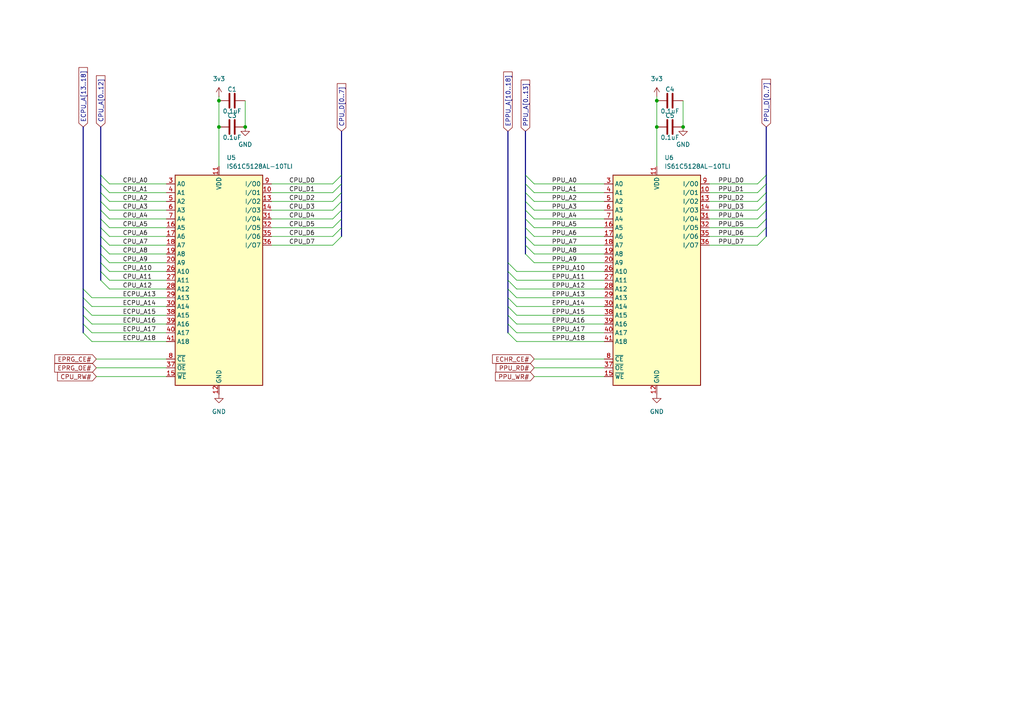
<source format=kicad_sch>
(kicad_sch (version 20231120) (generator "eeschema") (generator_version "8.0")
  (paper "A4")
  (lib_symbols
    (symbol "Device:C" (pin_numbers hide) (pin_names (offset 0.254))
      (property "Reference" "C" (at 0.635 2.54 0))
      (property "Value" "C" (at 0.635 -2.54 0))
      (symbol "C_0_1"
        (polyline (pts (xy -2.032 -0.762) (xy 2.032 -0.762)) (stroke (width 0.508)))
        (polyline (pts (xy -2.032 0.762) (xy 2.032 0.762)) (stroke (width 0.508)))
      )
      (symbol "C_1_1"
        (pin passive line (at 0 3.81 270) (length 2.794) (name "~") (number "1"))
        (pin passive line (at 0 -3.81 90) (length 2.794) (name "~") (number "2"))
      )
    )
    (symbol "Memory_RAM:IS61C5128AL-10TLI"
      (property "Reference" "U" (at -10.16 31.75 0))
      (property "Value" "IS61C5128AL-10TLI" (at 12.7 31.75 0))
      (symbol "IS61C5128AL-10TLI_0_1"
        (rectangle (start -12.7 30.48) (end 12.7 -30.48) (stroke (width 0.254)) (fill (type background)))
      )
      (symbol "IS61C5128AL-10TLI_1_1"
        (pin no_connect line (at 12.7 -27.94 180) (length 2.54) hide (name "NC") (number "1"))
        (pin bidirectional line (at 15.24 25.4 180) (length 2.54) (name "I/O1") (number "10"))
        (pin power_in line (at 0 33.02 270) (length 2.54) (name "VDD") (number "11"))
        (pin power_in line (at 0 -33.02 90) (length 2.54) (name "GND") (number "12"))
        (pin bidirectional line (at 15.24 22.86 180) (length 2.54) (name "I/O2") (number "13"))
        (pin bidirectional line (at 15.24 20.32 180) (length 2.54) (name "I/O3") (number "14"))
        (pin input line (at -15.24 -27.94 0) (length 2.54) (name "~{WE}") (number "15"))
        (pin input line (at -15.24 15.24 0) (length 2.54) (name "A5") (number "16"))
        (pin input line (at -15.24 12.7 0) (length 2.54) (name "A6") (number "17"))
        (pin input line (at -15.24 10.16 0) (length 2.54) (name "A7") (number "18"))
        (pin input line (at -15.24 7.62 0) (length 2.54) (name "A8") (number "19"))
        (pin no_connect line (at 12.7 -25.4 180) (length 2.54) hide (name "NC") (number "2"))
        (pin input line (at -15.24 5.08 0) (length 2.54) (name "A9") (number "20"))
        (pin no_connect line (at 12.7 -22.86 180) (length 2.54) hide (name "NC") (number "21"))
        (pin no_connect line (at 12.7 -20.32 180) (length 2.54) hide (name "NC") (number "22"))
        (pin no_connect line (at 12.7 -17.78 180) (length 2.54) hide (name "NC") (number "23"))
        (pin no_connect line (at 12.7 -15.24 180) (length 2.54) hide (name "NC") (number "24"))
        (pin no_connect line (at 12.7 -12.7 180) (length 2.54) hide (name "NC") (number "25"))
        (pin input line (at -15.24 2.54 0) (length 2.54) (name "A10") (number "26"))
        (pin input line (at -15.24 0 0) (length 2.54) (name "A11") (number "27"))
        (pin input line (at -15.24 -2.54 0) (length 2.54) (name "A12") (number "28"))
        (pin input line (at -15.24 -5.08 0) (length 2.54) (name "A13") (number "29"))
        (pin input line (at -15.24 27.94 0) (length 2.54) (name "A0") (number "3"))
        (pin input line (at -15.24 -7.62 0) (length 2.54) (name "A14") (number "30"))
        (pin bidirectional line (at 15.24 17.78 180) (length 2.54) (name "I/O4") (number "31"))
        (pin bidirectional line (at 15.24 15.24 180) (length 2.54) (name "I/O5") (number "32"))
        (pin passive line (at 0 33.02 270) (length 2.54) hide (name "VDD") (number "33"))
        (pin passive line (at 0 -33.02 90) (length 2.54) hide (name "GND") (number "34"))
        (pin bidirectional line (at 15.24 12.7 180) (length 2.54) (name "I/O6") (number "35"))
        (pin bidirectional line (at 15.24 10.16 180) (length 2.54) (name "I/O7") (number "36"))
        (pin input line (at -15.24 -25.4 0) (length 2.54) (name "~{OE}") (number "37"))
        (pin input line (at -15.24 -10.16 0) (length 2.54) (name "A15") (number "38"))
        (pin input line (at -15.24 -12.7 0) (length 2.54) (name "A16") (number "39"))
        (pin input line (at -15.24 25.4 0) (length 2.54) (name "A1") (number "4"))
        (pin input line (at -15.24 -15.24 0) (length 2.54) (name "A17") (number "40"))
        (pin input line (at -15.24 -17.78 0) (length 2.54) (name "A18") (number "41"))
        (pin no_connect line (at 12.7 -10.16 180) (length 2.54) hide (name "NC") (number "42"))
        (pin no_connect line (at 12.7 -7.62 180) (length 2.54) hide (name "NC") (number "43"))
        (pin no_connect line (at 12.7 -5.08 180) (length 2.54) hide (name "NC") (number "44"))
        (pin input line (at -15.24 22.86 0) (length 2.54) (name "A2") (number "5"))
        (pin input line (at -15.24 20.32 0) (length 2.54) (name "A3") (number "6"))
        (pin input line (at -15.24 17.78 0) (length 2.54) (name "A4") (number "7"))
        (pin input line (at -15.24 -22.86 0) (length 2.54) (name "~{CE}") (number "8"))
        (pin bidirectional line (at 15.24 27.94 180) (length 2.54) (name "I/O0") (number "9"))
      )
    )
    (symbol "power:GND" (power) (pin_numbers hide) (pin_names (offset 0) hide)
      (property "Value" "GND" (at 0 -3.81 0))
      (symbol "GND_0_1"
        (polyline (pts (xy 0 0) (xy 0 -1.27) (xy 1.27 -1.27) (xy 0 -2.54) (xy -1.27 -1.27) (xy 0 -1.27)))
      )
      (symbol "GND_1_1"
        (pin power_in line (at 0 0 270) (length 0) (name "~") (number "1"))
      )
    )
    (symbol "power:VCC" (power) (pin_numbers hide) (pin_names (offset 0) hide)
      (property "Value" "VCC" (at 0 3.556 0))
      (symbol "VCC_0_1"
        (polyline (pts (xy -0.762 1.27) (xy 0 2.54)))
        (polyline (pts (xy 0 0) (xy 0 2.54)))
        (polyline (pts (xy 0 2.54) (xy 0.762 1.27)))
      )
      (symbol "VCC_1_1"
        (pin power_in line (at 0 0 90) (length 0) (name "~") (number "1"))
      )
    )
  )
  (junction (at 198.12 36.83))
  (junction (at 63.5 29.21))
  (junction (at 71.12 36.83))
  (junction (at 63.5 36.83))
  (junction (at 190.5 36.83))
  (junction (at 190.5 29.21))
  (bus_entry (at 29.21 81.28) (size 2.54 2.54))
  (bus_entry (at 29.21 78.74) (size 2.54 2.54))
  (bus_entry (at 219.71 68.58) (size 2.54 -2.54))
  (bus_entry (at 219.71 60.96) (size 2.54 -2.54))
  (bus_entry (at 29.21 68.58) (size 2.54 2.54))
  (bus_entry (at 29.21 63.5) (size 2.54 2.54))
  (bus_entry (at 96.52 71.12) (size 2.54 -2.54))
  (bus_entry (at 152.4 73.66) (size 2.54 2.54))
  (bus_entry (at 29.21 71.12) (size 2.54 2.54))
  (bus_entry (at 219.71 71.12) (size 2.54 -2.54))
  (bus_entry (at 96.52 60.96) (size 2.54 -2.54))
  (bus_entry (at 147.32 91.44) (size 2.54 2.54))
  (bus_entry (at 96.52 58.42) (size 2.54 -2.54))
  (bus_entry (at 147.32 83.82) (size 2.54 2.54))
  (bus_entry (at 147.32 81.28) (size 2.54 2.54))
  (bus_entry (at 152.4 63.5) (size 2.54 2.54))
  (bus_entry (at 219.71 63.5) (size 2.54 -2.54))
  (bus_entry (at 147.32 96.52) (size 2.54 2.54))
  (bus_entry (at 147.32 93.98) (size 2.54 2.54))
  (bus_entry (at 152.4 71.12) (size 2.54 2.54))
  (bus_entry (at 152.4 60.96) (size 2.54 2.54))
  (bus_entry (at 96.52 53.34) (size 2.54 -2.54))
  (bus_entry (at 29.21 60.96) (size 2.54 2.54))
  (bus_entry (at 29.21 73.66) (size 2.54 2.54))
  (bus_entry (at 219.71 55.88) (size 2.54 -2.54))
  (bus_entry (at 24.13 91.44) (size 2.54 2.54))
  (bus_entry (at 152.4 50.8) (size 2.54 2.54))
  (bus_entry (at 29.21 55.88) (size 2.54 2.54))
  (bus_entry (at 96.52 63.5) (size 2.54 -2.54))
  (bus_entry (at 219.71 58.42) (size 2.54 -2.54))
  (bus_entry (at 152.4 53.34) (size 2.54 2.54))
  (bus_entry (at 152.4 66.04) (size 2.54 2.54))
  (bus_entry (at 96.52 68.58) (size 2.54 -2.54))
  (bus_entry (at 29.21 66.04) (size 2.54 2.54))
  (bus_entry (at 152.4 58.42) (size 2.54 2.54))
  (bus_entry (at 24.13 88.9) (size 2.54 2.54))
  (bus_entry (at 219.71 53.34) (size 2.54 -2.54))
  (bus_entry (at 29.21 53.34) (size 2.54 2.54))
  (bus_entry (at 29.21 76.2) (size 2.54 2.54))
  (bus_entry (at 96.52 55.88) (size 2.54 -2.54))
  (bus_entry (at 24.13 83.82) (size 2.54 2.54))
  (bus_entry (at 152.4 68.58) (size 2.54 2.54))
  (bus_entry (at 147.32 86.36) (size 2.54 2.54))
  (bus_entry (at 29.21 58.42) (size 2.54 2.54))
  (bus_entry (at 152.4 55.88) (size 2.54 2.54))
  (bus_entry (at 96.52 66.04) (size 2.54 -2.54))
  (bus_entry (at 219.71 66.04) (size 2.54 -2.54))
  (bus_entry (at 147.32 76.2) (size 2.54 2.54))
  (bus_entry (at 147.32 88.9) (size 2.54 2.54))
  (bus_entry (at 29.21 50.8) (size 2.54 2.54))
  (bus_entry (at 24.13 96.52) (size 2.54 2.54))
  (bus_entry (at 24.13 86.36) (size 2.54 2.54))
  (bus_entry (at 147.32 78.74) (size 2.54 2.54))
  (bus_entry (at 24.13 93.98) (size 2.54 2.54))
  (bus (pts (xy 222.25 60.96) (xy 222.25 63.5)))
  (wire (pts (xy 26.67 99.06) (xy 48.26 99.06)))
  (bus (pts (xy 147.32 86.36) (xy 147.32 88.9)))
  (wire (pts (xy 78.74 55.88) (xy 96.52 55.88)))
  (bus (pts (xy 147.32 91.44) (xy 147.32 93.98)))
  (wire (pts (xy 149.86 86.36) (xy 175.26 86.36)))
  (wire (pts (xy 31.75 76.2) (xy 48.26 76.2)))
  (wire (pts (xy 149.86 99.06) (xy 175.26 99.06)))
  (wire (pts (xy 26.67 86.36) (xy 48.26 86.36)))
  (bus (pts (xy 152.4 38.1) (xy 152.4 50.8)))
  (bus (pts (xy 222.25 36.83) (xy 222.25 50.8)))
  (bus (pts (xy 99.06 55.88) (xy 99.06 58.42)))
  (wire (pts (xy 31.75 73.66) (xy 48.26 73.66)))
  (bus (pts (xy 152.4 50.8) (xy 152.4 53.34)))
  (wire (pts (xy 26.67 96.52) (xy 48.26 96.52)))
  (wire (pts (xy 26.67 91.44) (xy 48.26 91.44)))
  (wire (pts (xy 149.86 81.28) (xy 175.26 81.28)))
  (wire (pts (xy 205.74 66.04) (xy 219.71 66.04)))
  (bus (pts (xy 29.21 60.96) (xy 29.21 63.5)))
  (wire (pts (xy 205.74 68.58) (xy 219.71 68.58)))
  (bus (pts (xy 99.06 60.96) (xy 99.06 63.5)))
  (bus (pts (xy 152.4 71.12) (xy 152.4 73.66)))
  (bus (pts (xy 152.4 60.96) (xy 152.4 63.5)))
  (wire (pts (xy 154.94 66.04) (xy 175.26 66.04)))
  (wire (pts (xy 154.94 68.58) (xy 175.26 68.58)))
  (wire (pts (xy 149.86 78.74) (xy 175.26 78.74)))
  (wire (pts (xy 31.75 81.28) (xy 48.26 81.28)))
  (wire (pts (xy 63.5 27.94) (xy 63.5 29.21)))
  (bus (pts (xy 24.13 91.44) (xy 24.13 88.9)))
  (wire (pts (xy 205.74 55.88) (xy 219.71 55.88)))
  (wire (pts (xy 149.86 91.44) (xy 175.26 91.44)))
  (wire (pts (xy 154.94 55.88) (xy 175.26 55.88)))
  (wire (pts (xy 205.74 63.5) (xy 219.71 63.5)))
  (bus (pts (xy 147.32 76.2) (xy 147.32 78.74)))
  (wire (pts (xy 154.94 104.14) (xy 175.26 104.14)))
  (wire (pts (xy 31.75 78.74) (xy 48.26 78.74)))
  (bus (pts (xy 147.32 83.82) (xy 147.32 86.36)))
  (wire (pts (xy 205.74 60.96) (xy 219.71 60.96)))
  (wire (pts (xy 31.75 58.42) (xy 48.26 58.42)))
  (wire (pts (xy 27.94 109.22) (xy 48.26 109.22)))
  (wire (pts (xy 31.75 71.12) (xy 48.26 71.12)))
  (wire (pts (xy 149.86 93.98) (xy 175.26 93.98)))
  (wire (pts (xy 154.94 109.22) (xy 175.26 109.22)))
  (bus (pts (xy 222.25 53.34) (xy 222.25 55.88)))
  (wire (pts (xy 149.86 83.82) (xy 175.26 83.82)))
  (bus (pts (xy 29.21 36.83) (xy 29.21 50.8)))
  (wire (pts (xy 154.94 53.34) (xy 175.26 53.34)))
  (wire (pts (xy 31.75 83.82) (xy 48.26 83.82)))
  (bus (pts (xy 29.21 50.8) (xy 29.21 53.34)))
  (bus (pts (xy 24.13 88.9) (xy 24.13 86.36)))
  (bus (pts (xy 222.25 55.88) (xy 222.25 58.42)))
  (wire (pts (xy 27.94 106.68) (xy 48.26 106.68)))
  (wire (pts (xy 154.94 73.66) (xy 175.26 73.66)))
  (wire (pts (xy 78.74 66.04) (xy 96.52 66.04)))
  (bus (pts (xy 147.32 38.1) (xy 147.32 76.2)))
  (wire (pts (xy 190.5 27.94) (xy 190.5 29.21)))
  (wire (pts (xy 154.94 106.68) (xy 175.26 106.68)))
  (wire (pts (xy 149.86 96.52) (xy 175.26 96.52)))
  (bus (pts (xy 152.4 58.42) (xy 152.4 60.96)))
  (wire (pts (xy 154.94 76.2) (xy 175.26 76.2)))
  (wire (pts (xy 26.67 88.9) (xy 48.26 88.9)))
  (wire (pts (xy 205.74 58.42) (xy 219.71 58.42)))
  (wire (pts (xy 190.5 29.21) (xy 190.5 36.83)))
  (wire (pts (xy 31.75 63.5) (xy 48.26 63.5)))
  (bus (pts (xy 24.13 93.98) (xy 24.13 91.44)))
  (wire (pts (xy 31.75 66.04) (xy 48.26 66.04)))
  (wire (pts (xy 78.74 68.58) (xy 96.52 68.58)))
  (wire (pts (xy 149.86 88.9) (xy 175.26 88.9)))
  (bus (pts (xy 29.21 68.58) (xy 29.21 71.12)))
  (wire (pts (xy 154.94 71.12) (xy 175.26 71.12)))
  (wire (pts (xy 154.94 60.96) (xy 175.26 60.96)))
  (bus (pts (xy 24.13 86.36) (xy 24.13 83.82)))
  (wire (pts (xy 26.67 93.98) (xy 48.26 93.98)))
  (bus (pts (xy 152.4 68.58) (xy 152.4 71.12)))
  (bus (pts (xy 29.21 78.74) (xy 29.21 81.28)))
  (wire (pts (xy 78.74 63.5) (xy 96.52 63.5)))
  (bus (pts (xy 147.32 78.74) (xy 147.32 81.28)))
  (bus (pts (xy 29.21 66.04) (xy 29.21 68.58)))
  (bus (pts (xy 29.21 58.42) (xy 29.21 60.96)))
  (bus (pts (xy 152.4 66.04) (xy 152.4 68.58)))
  (bus (pts (xy 147.32 81.28) (xy 147.32 83.82)))
  (wire (pts (xy 31.75 68.58) (xy 48.26 68.58)))
  (bus (pts (xy 99.06 53.34) (xy 99.06 55.88)))
  (wire (pts (xy 31.75 53.34) (xy 48.26 53.34)))
  (bus (pts (xy 99.06 66.04) (xy 99.06 68.58)))
  (wire (pts (xy 78.74 60.96) (xy 96.52 60.96)))
  (wire (pts (xy 31.75 60.96) (xy 48.26 60.96)))
  (wire (pts (xy 205.74 53.34) (xy 219.71 53.34)))
  (bus (pts (xy 29.21 76.2) (xy 29.21 78.74)))
  (bus (pts (xy 152.4 63.5) (xy 152.4 66.04)))
  (bus (pts (xy 222.25 63.5) (xy 222.25 66.04)))
  (wire (pts (xy 63.5 36.83) (xy 63.5 48.26)))
  (bus (pts (xy 152.4 55.88) (xy 152.4 58.42)))
  (bus (pts (xy 147.32 88.9) (xy 147.32 91.44)))
  (wire (pts (xy 63.5 29.21) (xy 63.5 36.83)))
  (wire (pts (xy 31.75 55.88) (xy 48.26 55.88)))
  (wire (pts (xy 190.5 36.83) (xy 190.5 48.26)))
  (bus (pts (xy 152.4 53.34) (xy 152.4 55.88)))
  (wire (pts (xy 78.74 53.34) (xy 96.52 53.34)))
  (wire (pts (xy 78.74 58.42) (xy 96.52 58.42)))
  (bus (pts (xy 29.21 63.5) (xy 29.21 66.04)))
  (wire (pts (xy 198.12 29.21) (xy 198.12 36.83)))
  (bus (pts (xy 222.25 50.8) (xy 222.25 53.34)))
  (wire (pts (xy 78.74 71.12) (xy 96.52 71.12)))
  (wire (pts (xy 27.94 104.14) (xy 48.26 104.14)))
  (wire (pts (xy 154.94 58.42) (xy 175.26 58.42)))
  (bus (pts (xy 222.25 58.42) (xy 222.25 60.96)))
  (bus (pts (xy 99.06 63.5) (xy 99.06 66.04)))
  (bus (pts (xy 29.21 55.88) (xy 29.21 58.42)))
  (bus (pts (xy 24.13 96.52) (xy 24.13 93.98)))
  (bus (pts (xy 99.06 58.42) (xy 99.06 60.96)))
  (bus (pts (xy 222.25 66.04) (xy 222.25 68.58)))
  (bus (pts (xy 99.06 38.1) (xy 99.06 50.8)))
  (bus (pts (xy 29.21 53.34) (xy 29.21 55.88)))
  (bus (pts (xy 29.21 73.66) (xy 29.21 76.2)))
  (bus (pts (xy 99.06 50.8) (xy 99.06 53.34)))
  (bus (pts (xy 24.13 83.82) (xy 24.13 36.83)))
  (wire (pts (xy 154.94 63.5) (xy 175.26 63.5)))
  (bus (pts (xy 147.32 93.98) (xy 147.32 96.52)))
  (bus (pts (xy 29.21 71.12) (xy 29.21 73.66)))
  (wire (pts (xy 205.74 71.12) (xy 219.71 71.12)))
  (wire (pts (xy 71.12 29.21) (xy 71.12 36.83)))
  (label "CPU_D1" (at 83.82 55.88 0))
  (label "CPU_A4" (at 35.56 63.5 0))
  (label "EPPU_A13" (at 160.02 86.36 0))
  (label "EPPU_A10" (at 160.02 78.74 0))
  (label "CPU_A5" (at 35.56 66.04 0))
  (label "CPU_D2" (at 83.82 58.42 0))
  (label "EPPU_A14" (at 160.02 88.9 0))
  (label "CPU_D3" (at 83.82 60.96 0))
  (label "PPU_D6" (at 208.28 68.58 0))
  (label "CPU_A12" (at 35.56 83.82 0))
  (label "ECPU_A14" (at 35.56 88.9 0))
  (label "PPU_A5" (at 160.02 66.04 0))
  (label "PPU_A8" (at 160.02 73.66 0))
  (label "CPU_A2" (at 35.56 58.42 0))
  (label "CPU_D4" (at 83.82 63.5 0))
  (label "PPU_D1" (at 208.28 55.88 0))
  (label "CPU_A0" (at 35.56 53.34 0))
  (label "PPU_A9" (at 160.02 76.2 0))
  (label "EPPU_A15" (at 160.02 91.44 0))
  (label "PPU_A2" (at 160.02 58.42 0))
  (label "CPU_A3" (at 35.56 60.96 0))
  (label "PPU_A3" (at 160.02 60.96 0))
  (label "CPU_A1" (at 35.56 55.88 0))
  (label "CPU_D5" (at 83.82 66.04 0))
  (label "PPU_A4" (at 160.02 63.5 0))
  (label "ECPU_A15" (at 35.56 91.44 0))
  (label "CPU_A8" (at 35.56 73.66 0))
  (label "CPU_A11" (at 35.56 81.28 0))
  (label "PPU_D2" (at 208.28 58.42 0))
  (label "CPU_A10" (at 35.56 78.74 0))
  (label "PPU_A0" (at 160.02 53.34 0))
  (label "CPU_A9" (at 35.56 76.2 0))
  (label "PPU_A1" (at 160.02 55.88 0))
  (label "PPU_A6" (at 160.02 68.58 0))
  (label "CPU_D7" (at 83.82 71.12 0))
  (label "EPPU_A18" (at 160.02 99.06 0))
  (label "ECPU_A13" (at 35.56 86.36 0))
  (label "ECPU_A17" (at 35.56 96.52 0))
  (label "PPU_D3" (at 208.28 60.96 0))
  (label "ECPU_A18" (at 35.56 99.06 0))
  (label "EPPU_A16" (at 160.02 93.98 0))
  (label "CPU_A6" (at 35.56 68.58 0))
  (label "PPU_D7" (at 208.28 71.12 0))
  (label "EPPU_A17" (at 160.02 96.52 0))
  (label "CPU_D0" (at 83.82 53.34 0))
  (label "EPPU_A11" (at 160.02 81.28 0))
  (label "CPU_A7" (at 35.56 71.12 0))
  (label "PPU_D5" (at 208.28 66.04 0))
  (label "PPU_D0" (at 208.28 53.34 0))
  (label "CPU_D6" (at 83.82 68.58 0))
  (label "EPPU_A12" (at 160.02 83.82 0))
  (label "PPU_D4" (at 208.28 63.5 0))
  (label "ECPU_A16" (at 35.56 93.98 0))
  (label "PPU_A7" (at 160.02 71.12 0))
  (global_label "PPU_WR#" (shape input) (at 154.94 109.22 180) (property "Intersheetrefs" "${INTERSHEET_REFS}" (effects (hide yes))))
  (global_label "ECPU_A[13..18]" (shape input) (at 24.13 36.83 90) (property "Intersheetrefs" "${INTERSHEET_REFS}" (effects (hide yes))))
  (global_label "CPU_D[0..7]" (shape input) (at 99.06 38.1 90) (property "Intersheetrefs" "${INTERSHEET_REFS}" (effects (hide yes))))
  (global_label "PPU_RD#" (shape input) (at 154.94 106.68 180) (property "Intersheetrefs" "${INTERSHEET_REFS}" (effects (hide yes))))
  (global_label "EPRG_OE#" (shape input) (at 27.94 106.68 180) (property "Intersheetrefs" "${INTERSHEET_REFS}" (effects (hide yes))))
  (global_label "CPU_RW#" (shape input) (at 27.94 109.22 180) (property "Intersheetrefs" "${INTERSHEET_REFS}" (effects (hide yes))))
  (global_label "EPRG_CE#" (shape input) (at 27.94 104.14 180) (property "Intersheetrefs" "${INTERSHEET_REFS}" (effects (hide yes))))
  (global_label "EPPU_A[10..18]" (shape input) (at 147.32 38.1 90) (property "Intersheetrefs" "${INTERSHEET_REFS}" (effects (hide yes))))
  (global_label "CPU_A[0..12]" (shape input) (at 29.21 36.83 90) (property "Intersheetrefs" "${INTERSHEET_REFS}" (effects (hide yes))))
  (global_label "PPU_A[0..13]" (shape input) (at 152.4 38.1 90) (property "Intersheetrefs" "${INTERSHEET_REFS}" (effects (hide yes))))
  (global_label "ECHR_CE#" (shape input) (at 154.94 104.14 180) (property "Intersheetrefs" "${INTERSHEET_REFS}" (effects (hide yes))))
  (global_label "PPU_D[0..7]" (shape input) (at 222.25 36.83 90) (property "Intersheetrefs" "${INTERSHEET_REFS}" (effects (hide yes))))
  (symbol (lib_id "Device:C") (at 194.31 29.21 90) (unit 1)
    (property "Reference" "C4" (at 194.31 25.908 90))
    (property "Value" "0.1uF" (at 194.31 32.258 90))
    (property "Footprint" "Capacitor_SMD:C_0402_1005Metric" (effects (hide yes)))
    (property "Description" "Unpolarized capacitor" (effects (hide yes)))
    (property "JLCPCB Part #" "C307331" (effects (hide yes)))
  )
  (symbol (lib_id "Memory_RAM:IS61C5128AL-10TLI") (at 190.5 81.28 0) (unit 1)
    (property "Reference" "U6" (at 192.6941 45.72 0) (effects (justify left)))
    (property "Value" "IS61C5128AL-10TLI" (at 192.6941 48.26 0) (effects (justify left)))
    (property "Footprint" "Package_SO:TSOP-II-44_10.16x18.41mm_P0.8mm" (effects (hide yes)))
    (property "Datasheet" "http://www.issi.com/WW/pdf/61-64C5128AL.pdf" (effects (hide yes)))
    (property "Description" "512K x 8 HIGH-SPEED CMOS STATIC RAM, 10ns, TSOP II-44" (effects (hide yes)))
    (property "JLCPCB Part #" "C2065924" (effects (hide yes)))
  )
  (symbol (lib_id "power:GND") (at 190.5 114.3 0) (unit 1)
    (property "Reference" "#PWR031" (effects (hide yes)))
    (property "Value" "GND" (at 190.5 119.38 0))
    (property "Description" "Power symbol creates a global label with name \"GND\" , ground" (effects (hide yes)))
  )
  (symbol (lib_id "power:GND") (at 63.5 114.3 0) (unit 1)
    (property "Reference" "#PWR030" (effects (hide yes)))
    (property "Value" "GND" (at 63.5 119.38 0))
    (property "Description" "Power symbol creates a global label with name \"GND\" , ground" (effects (hide yes)))
  )
  (symbol (lib_id "Device:C") (at 194.31 36.83 90) (unit 1)
    (property "Reference" "C5" (at 194.31 33.528 90))
    (property "Value" "0.1uF" (at 194.31 39.878 90))
    (property "Footprint" "Capacitor_SMD:C_0402_1005Metric" (effects (hide yes)))
    (property "Description" "Unpolarized capacitor" (effects (hide yes)))
    (property "JLCPCB Part #" "C307331" (effects (hide yes)))
  )
  (symbol (lib_id "power:VCC") (at 190.5 27.94 0) (unit 1)
    (property "Reference" "#PWR034" (effects (hide yes)))
    (property "Value" "3v3" (at 190.5 22.86 0))
    (property "Description" "Power symbol creates a global label with name \"VCC\"" (effects (hide yes)))
  )
  (symbol (lib_id "Device:C") (at 67.31 29.21 90) (unit 1)
    (property "Reference" "C1" (at 67.31 25.908 90))
    (property "Value" "0.1uF" (at 67.31 32.258 90))
    (property "Footprint" "Capacitor_SMD:C_0402_1005Metric" (effects (hide yes)))
    (property "Description" "Unpolarized capacitor" (effects (hide yes)))
    (property "JLCPCB Part #" "C307331" (effects (hide yes)))
  )
  (symbol (lib_id "Memory_RAM:IS61C5128AL-10TLI") (at 63.5 81.28 0) (unit 1)
    (property "Reference" "U5" (at 65.6941 45.72 0) (effects (justify left)))
    (property "Value" "IS61C5128AL-10TLI" (at 65.6941 48.26 0) (effects (justify left)))
    (property "Footprint" "Package_SO:TSOP-II-44_10.16x18.41mm_P0.8mm" (effects (hide yes)))
    (property "Datasheet" "http://www.issi.com/WW/pdf/61-64C5128AL.pdf" (effects (hide yes)))
    (property "Description" "512K x 8 HIGH-SPEED CMOS STATIC RAM, 10ns, TSOP II-44" (effects (hide yes)))
    (property "JLCPCB Part #" "C2065924" (effects (hide yes)))
  )
  (symbol (lib_id "power:VCC") (at 63.5 27.94 0) (unit 1)
    (property "Reference" "#PWR032" (effects (hide yes)))
    (property "Value" "3v3" (at 63.5 22.86 0))
    (property "Description" "Power symbol creates a global label with name \"VCC\"" (effects (hide yes)))
  )
  (symbol (lib_id "power:GND") (at 198.12 36.83 0) (unit 1)
    (property "Reference" "#PWR048" (effects (hide yes)))
    (property "Value" "GND" (at 198.12 41.91 0))
    (property "Description" "Power symbol creates a global label with name \"GND\" , ground" (effects (hide yes)))
  )
  (symbol (lib_id "Device:C") (at 67.31 36.83 90) (unit 1)
    (property "Reference" "C3" (at 67.31 33.528 90))
    (property "Value" "0.1uF" (at 67.31 39.878 90))
    (property "Footprint" "Capacitor_SMD:C_0402_1005Metric" (effects (hide yes)))
    (property "Description" "Unpolarized capacitor" (effects (hide yes)))
    (property "JLCPCB Part #" "C307331" (effects (hide yes)))
  )
  (symbol (lib_id "power:GND") (at 71.12 36.83 0) (unit 1)
    (property "Reference" "#PWR033" (effects (hide yes)))
    (property "Value" "GND" (at 71.12 41.91 0))
    (property "Description" "Power symbol creates a global label with name \"GND\" , ground" (effects (hide yes)))
  )
)
</source>
